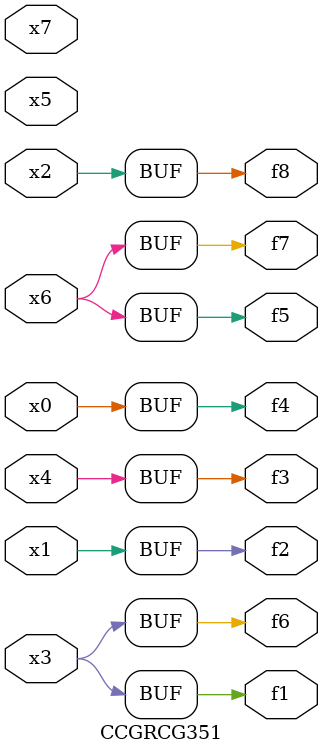
<source format=v>
module CCGRCG351(
	input x0, x1, x2, x3, x4, x5, x6, x7,
	output f1, f2, f3, f4, f5, f6, f7, f8
);
	assign f1 = x3;
	assign f2 = x1;
	assign f3 = x4;
	assign f4 = x0;
	assign f5 = x6;
	assign f6 = x3;
	assign f7 = x6;
	assign f8 = x2;
endmodule

</source>
